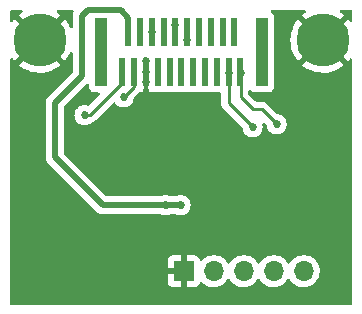
<source format=gbr>
%TF.GenerationSoftware,KiCad,Pcbnew,(6.0.0-0)*%
%TF.CreationDate,2022-03-03T22:17:19-05:00*%
%TF.ProjectId,temp_hum,74656d70-5f68-4756-9d2e-6b696361645f,rev?*%
%TF.SameCoordinates,Original*%
%TF.FileFunction,Copper,L4,Bot*%
%TF.FilePolarity,Positive*%
%FSLAX46Y46*%
G04 Gerber Fmt 4.6, Leading zero omitted, Abs format (unit mm)*
G04 Created by KiCad (PCBNEW (6.0.0-0)) date 2022-03-03 22:17:19*
%MOMM*%
%LPD*%
G01*
G04 APERTURE LIST*
%TA.AperFunction,ComponentPad*%
%ADD10C,4.500000*%
%TD*%
%TA.AperFunction,ComponentPad*%
%ADD11R,1.700000X1.700000*%
%TD*%
%TA.AperFunction,ComponentPad*%
%ADD12O,1.700000X1.700000*%
%TD*%
%TA.AperFunction,SMDPad,CuDef*%
%ADD13R,1.000000X5.850000*%
%TD*%
%TA.AperFunction,SMDPad,CuDef*%
%ADD14R,0.610000X2.410000*%
%TD*%
%TA.AperFunction,ViaPad*%
%ADD15C,0.685800*%
%TD*%
%TA.AperFunction,Conductor*%
%ADD16C,0.254000*%
%TD*%
%TA.AperFunction,Conductor*%
%ADD17C,0.508000*%
%TD*%
G04 APERTURE END LIST*
D10*
%TO.P,H1,1,1*%
%TO.N,GND*%
X95000000Y-64000000D03*
%TD*%
%TO.P,H2,1,1*%
%TO.N,GND*%
X119000000Y-64000000D03*
%TD*%
D11*
%TO.P,J1,1,Pin_1*%
%TO.N,GND*%
X107193000Y-83566000D03*
D12*
%TO.P,J1,2,Pin_2*%
%TO.N,Net-(C1-Pad1)*%
X109733000Y-83566000D03*
%TO.P,J1,3,Pin_3*%
%TO.N,/A0*%
X112273000Y-83566000D03*
%TO.P,J1,4,Pin_4*%
%TO.N,unconnected-(J1-Pad4)*%
X114813000Y-83566000D03*
%TO.P,J1,5,Pin_5*%
%TO.N,/A1*%
X117353000Y-83566000D03*
%TD*%
D13*
%TO.P,J2,*%
%TO.N,*%
X100173500Y-65000000D03*
X113826500Y-65000000D03*
D14*
%TO.P,J2,1,SDA(E)*%
%TO.N,/SDA_EEPROM*%
X101996500Y-66720000D03*
%TO.P,J2,2,SCL(E)*%
%TO.N,/SCL_EEPROM*%
X102996500Y-66720000D03*
%TO.P,J2,3,GND*%
%TO.N,GND*%
X103996500Y-66720000D03*
%TO.P,J2,4,NC*%
%TO.N,unconnected-(J2-Pad4)*%
X104996500Y-66720000D03*
%TO.P,J2,5,~{RST}*%
%TO.N,/~{RST}*%
X105996500Y-66720000D03*
%TO.P,J2,6,SCK*%
%TO.N,/SPI_SCLK*%
X106996500Y-66720000D03*
%TO.P,J2,7,MISO*%
%TO.N,/MISO*%
X107996500Y-66720000D03*
%TO.P,J2,8,MOSI*%
%TO.N,/MOSI*%
X108996500Y-66720000D03*
%TO.P,J2,9,CE*%
%TO.N,/CE*%
X109996500Y-66720000D03*
%TO.P,J2,10,SDA*%
%TO.N,/SDA*%
X110996500Y-66720000D03*
%TO.P,J2,11,SCL*%
%TO.N,/SCL*%
X111996500Y-66720000D03*
%TO.P,J2,12,NC*%
%TO.N,unconnected-(J2-Pad12)*%
X111496500Y-63280000D03*
%TO.P,J2,13,RX*%
%TO.N,/RXD*%
X110496500Y-63280000D03*
%TO.P,J2,14,TX*%
%TO.N,/TXD*%
X109496500Y-63280000D03*
%TO.P,J2,15,STAT*%
%TO.N,/Status*%
X108496500Y-63280000D03*
%TO.P,J2,16,A0*%
%TO.N,/A0*%
X107496500Y-63280000D03*
%TO.P,J2,17,A1*%
%TO.N,/A1*%
X106496500Y-63280000D03*
%TO.P,J2,18,NC*%
%TO.N,unconnected-(J2-Pad18)*%
X105496500Y-63280000D03*
%TO.P,J2,19,3V3*%
%TO.N,/3V3*%
X104496500Y-63280000D03*
%TO.P,J2,20,NC*%
%TO.N,unconnected-(J2-Pad20)*%
X103496500Y-63320000D03*
%TO.P,J2,21,5V*%
%TO.N,/5V*%
X102496500Y-63320000D03*
%TD*%
D15*
%TO.N,GND*%
X106172000Y-71628000D03*
X115570000Y-67056000D03*
X109982000Y-74676000D03*
X120142000Y-68326000D03*
X112522000Y-73914000D03*
X104013000Y-66675000D03*
X101092000Y-71120000D03*
X112522000Y-72644000D03*
X118110000Y-69596000D03*
X118618000Y-72644000D03*
X101092000Y-73660000D03*
X109982000Y-71882000D03*
X104013000Y-67564000D03*
X115570000Y-73660000D03*
X116840000Y-68326000D03*
X115824000Y-79248000D03*
X119380000Y-79502000D03*
X113284000Y-79248000D03*
X107442000Y-68834000D03*
X115570000Y-69850000D03*
X106172000Y-70104000D03*
X104394000Y-83566000D03*
X104013000Y-65786000D03*
X118364000Y-80518000D03*
%TO.N,/3V3*%
X104496500Y-63280000D03*
%TO.N,/SDA_EEPROM*%
X98806000Y-70358000D03*
%TO.N,/SDA*%
X110998000Y-66802000D03*
X113030000Y-71374000D03*
%TO.N,/SCL*%
X112014000Y-66802000D03*
X115062000Y-71120000D03*
%TO.N,/SCL_EEPROM*%
X102108000Y-68834000D03*
%TO.N,/5V*%
X106934000Y-77978000D03*
X105664000Y-77978000D03*
%TO.N,/A0*%
X107442000Y-64008000D03*
%TO.N,/A1*%
X106426000Y-62738000D03*
%TD*%
D16*
%TO.N,/SDA_EEPROM*%
X101996500Y-66720000D02*
X101996500Y-67620000D01*
X101996500Y-67620000D02*
X99258500Y-70358000D01*
X99258500Y-70358000D02*
X98806000Y-70358000D01*
%TO.N,/SDA*%
X113030000Y-71374000D02*
X110998000Y-69342000D01*
X110998000Y-69342000D02*
X110998000Y-69088000D01*
X110998000Y-69088000D02*
X110998000Y-66802000D01*
%TO.N,/SCL*%
X113030000Y-69850000D02*
X112014000Y-68834000D01*
X115062000Y-71120000D02*
X113792000Y-69850000D01*
X113792000Y-69850000D02*
X113030000Y-69850000D01*
X112014000Y-68834000D02*
X112014000Y-66802000D01*
%TO.N,/SCL_EEPROM*%
X102996500Y-67945500D02*
X102108000Y-68834000D01*
X102996500Y-66720000D02*
X102996500Y-67945500D01*
D17*
%TO.N,/5V*%
X99060000Y-61468000D02*
X98552000Y-61976000D01*
X100330000Y-77978000D02*
X106934000Y-77978000D01*
X101854000Y-61468000D02*
X99060000Y-61468000D01*
X102496500Y-62110500D02*
X101854000Y-61468000D01*
X96266000Y-69342000D02*
X96266000Y-73914000D01*
X98552000Y-61976000D02*
X98552000Y-67056000D01*
X102496500Y-63320000D02*
X102496500Y-62110500D01*
X96266000Y-73914000D02*
X100330000Y-77978000D01*
X98552000Y-67056000D02*
X96266000Y-69342000D01*
D16*
%TO.N,/A0*%
X107496500Y-63953500D02*
X107442000Y-64008000D01*
X107496500Y-63280000D02*
X107496500Y-63953500D01*
%TO.N,/A1*%
X106496500Y-62808500D02*
X106426000Y-62738000D01*
X106496500Y-63280000D02*
X106496500Y-62808500D01*
%TD*%
%TA.AperFunction,Conductor*%
%TO.N,GND*%
G36*
X93508556Y-61466002D02*
G01*
X93555049Y-61519658D01*
X93565153Y-61589932D01*
X93535659Y-61654512D01*
X93504858Y-61680285D01*
X93450196Y-61712805D01*
X93443945Y-61717053D01*
X93250733Y-61866115D01*
X93242267Y-61877773D01*
X93248871Y-61889661D01*
X94987188Y-63627978D01*
X95001132Y-63635592D01*
X95002965Y-63635461D01*
X95009580Y-63631210D01*
X96750162Y-61890628D01*
X96757174Y-61877787D01*
X96749379Y-61867098D01*
X96579886Y-61733481D01*
X96573663Y-61729156D01*
X96492326Y-61679605D01*
X96444557Y-61627082D01*
X96432767Y-61557071D01*
X96460699Y-61491800D01*
X96519485Y-61451992D01*
X96557879Y-61446000D01*
X97760038Y-61446000D01*
X97828159Y-61466002D01*
X97874652Y-61519658D01*
X97884756Y-61589932D01*
X97874186Y-61625350D01*
X97867768Y-61639082D01*
X97865837Y-61643033D01*
X97832457Y-61708404D01*
X97830716Y-61715519D01*
X97828579Y-61721265D01*
X97826655Y-61727048D01*
X97823556Y-61733679D01*
X97822066Y-61740843D01*
X97808608Y-61805547D01*
X97807639Y-61809829D01*
X97790196Y-61881112D01*
X97789849Y-61886711D01*
X97789848Y-61886715D01*
X97789500Y-61892328D01*
X97789500Y-61892330D01*
X97789461Y-61892328D01*
X97789228Y-61896229D01*
X97788839Y-61900588D01*
X97787348Y-61907756D01*
X97787546Y-61915073D01*
X97789454Y-61985577D01*
X97789500Y-61988986D01*
X97789500Y-62891177D01*
X97769498Y-62959298D01*
X97715842Y-63005791D01*
X97645568Y-63015895D01*
X97580988Y-62986401D01*
X97548528Y-62942727D01*
X97450172Y-62723363D01*
X97446655Y-62716636D01*
X97279054Y-62438252D01*
X97274757Y-62431999D01*
X97133617Y-62251022D01*
X97121823Y-62242551D01*
X97110113Y-62249097D01*
X95372022Y-63987188D01*
X95364408Y-64001132D01*
X95364539Y-64002965D01*
X95368790Y-64009580D01*
X97108825Y-65749615D01*
X97121948Y-65756781D01*
X97132250Y-65749391D01*
X97241429Y-65615285D01*
X97245842Y-65609144D01*
X97419248Y-65334312D01*
X97422895Y-65327677D01*
X97549633Y-65060167D01*
X97596875Y-65007170D01*
X97665270Y-64988126D01*
X97733103Y-65009083D01*
X97778837Y-65063386D01*
X97789500Y-65114114D01*
X97789500Y-66687973D01*
X97769498Y-66756094D01*
X97752595Y-66777068D01*
X95774472Y-68755190D01*
X95760059Y-68767577D01*
X95742436Y-68780546D01*
X95737692Y-68786129D01*
X95737693Y-68786129D01*
X95708021Y-68821055D01*
X95701091Y-68828571D01*
X95695347Y-68834315D01*
X95693073Y-68837189D01*
X95693067Y-68837196D01*
X95677628Y-68856711D01*
X95674837Y-68860115D01*
X95632055Y-68910472D01*
X95632052Y-68910476D01*
X95627316Y-68916051D01*
X95623988Y-68922568D01*
X95620611Y-68927632D01*
X95617384Y-68932856D01*
X95612840Y-68938600D01*
X95609741Y-68945231D01*
X95581768Y-69005082D01*
X95579837Y-69009033D01*
X95562851Y-69042298D01*
X95546457Y-69074404D01*
X95544716Y-69081519D01*
X95542579Y-69087265D01*
X95540655Y-69093048D01*
X95537556Y-69099679D01*
X95536066Y-69106843D01*
X95522608Y-69171547D01*
X95521639Y-69175829D01*
X95504196Y-69247112D01*
X95503500Y-69258330D01*
X95503461Y-69258328D01*
X95503228Y-69262229D01*
X95502839Y-69266588D01*
X95501348Y-69273756D01*
X95501546Y-69281073D01*
X95503454Y-69351577D01*
X95503500Y-69354986D01*
X95503500Y-73846624D01*
X95502067Y-73865574D01*
X95499876Y-73879973D01*
X95499876Y-73879979D01*
X95498776Y-73887208D01*
X95499369Y-73894500D01*
X95499369Y-73894503D01*
X95503085Y-73940183D01*
X95503500Y-73950398D01*
X95503500Y-73958525D01*
X95506811Y-73986924D01*
X95507238Y-73991244D01*
X95513191Y-74064426D01*
X95515447Y-74071388D01*
X95516643Y-74077376D01*
X95518051Y-74083333D01*
X95518899Y-74090607D01*
X95521397Y-74097489D01*
X95521398Y-74097493D01*
X95543945Y-74159607D01*
X95545355Y-74163711D01*
X95567987Y-74233575D01*
X95571787Y-74239838D01*
X95574325Y-74245380D01*
X95577067Y-74250856D01*
X95579566Y-74257741D01*
X95583581Y-74263865D01*
X95619815Y-74319132D01*
X95622130Y-74322800D01*
X95660227Y-74385581D01*
X95663941Y-74389786D01*
X95663943Y-74389789D01*
X95667667Y-74394005D01*
X95667638Y-74394031D01*
X95670238Y-74396962D01*
X95673042Y-74400316D01*
X95677054Y-74406435D01*
X95682366Y-74411467D01*
X95733586Y-74459988D01*
X95736028Y-74462366D01*
X99743190Y-78469528D01*
X99755577Y-78483941D01*
X99768546Y-78501564D01*
X99774129Y-78506307D01*
X99809055Y-78535979D01*
X99816571Y-78542909D01*
X99822315Y-78548653D01*
X99825189Y-78550927D01*
X99825196Y-78550933D01*
X99844711Y-78566372D01*
X99848115Y-78569163D01*
X99898472Y-78611945D01*
X99898476Y-78611948D01*
X99904051Y-78616684D01*
X99910568Y-78620012D01*
X99915632Y-78623389D01*
X99920856Y-78626616D01*
X99926600Y-78631160D01*
X99993104Y-78662242D01*
X99997001Y-78664147D01*
X100062404Y-78697543D01*
X100069518Y-78699283D01*
X100075260Y-78701419D01*
X100081051Y-78703346D01*
X100087680Y-78706444D01*
X100159569Y-78721397D01*
X100163835Y-78722363D01*
X100235112Y-78739804D01*
X100240714Y-78740152D01*
X100240717Y-78740152D01*
X100246330Y-78740500D01*
X100246328Y-78740539D01*
X100250229Y-78740772D01*
X100254588Y-78741161D01*
X100261756Y-78742652D01*
X100269073Y-78742454D01*
X100339577Y-78740546D01*
X100342986Y-78740500D01*
X105256573Y-78740500D01*
X105307822Y-78751393D01*
X105399454Y-78792190D01*
X105486984Y-78810795D01*
X105568057Y-78828028D01*
X105568061Y-78828028D01*
X105574514Y-78829400D01*
X105753486Y-78829400D01*
X105759939Y-78828028D01*
X105759943Y-78828028D01*
X105841016Y-78810795D01*
X105928546Y-78792190D01*
X106020178Y-78751393D01*
X106071427Y-78740500D01*
X106526573Y-78740500D01*
X106577822Y-78751393D01*
X106669454Y-78792190D01*
X106756984Y-78810795D01*
X106838057Y-78828028D01*
X106838061Y-78828028D01*
X106844514Y-78829400D01*
X107023486Y-78829400D01*
X107029939Y-78828028D01*
X107029943Y-78828028D01*
X107111016Y-78810795D01*
X107198546Y-78792190D01*
X107204577Y-78789505D01*
X107356015Y-78722081D01*
X107356017Y-78722080D01*
X107362045Y-78719396D01*
X107396705Y-78694214D01*
X107501492Y-78618082D01*
X107501494Y-78618080D01*
X107506836Y-78614199D01*
X107511258Y-78609288D01*
X107622172Y-78486105D01*
X107622173Y-78486104D01*
X107626591Y-78481197D01*
X107716077Y-78326203D01*
X107771382Y-78155991D01*
X107790090Y-77978000D01*
X107771382Y-77800009D01*
X107716077Y-77629797D01*
X107626591Y-77474803D01*
X107506836Y-77341801D01*
X107362045Y-77236604D01*
X107356017Y-77233920D01*
X107356015Y-77233919D01*
X107204577Y-77166495D01*
X107204576Y-77166495D01*
X107198546Y-77163810D01*
X107111016Y-77145205D01*
X107029943Y-77127972D01*
X107029939Y-77127972D01*
X107023486Y-77126600D01*
X106844514Y-77126600D01*
X106838061Y-77127972D01*
X106838057Y-77127972D01*
X106756984Y-77145205D01*
X106669454Y-77163810D01*
X106663424Y-77166495D01*
X106663423Y-77166495D01*
X106577822Y-77204607D01*
X106526573Y-77215500D01*
X106071427Y-77215500D01*
X106020178Y-77204607D01*
X105934577Y-77166495D01*
X105934576Y-77166495D01*
X105928546Y-77163810D01*
X105841016Y-77145205D01*
X105759943Y-77127972D01*
X105759939Y-77127972D01*
X105753486Y-77126600D01*
X105574514Y-77126600D01*
X105568061Y-77127972D01*
X105568057Y-77127972D01*
X105486984Y-77145205D01*
X105399454Y-77163810D01*
X105393424Y-77166495D01*
X105393423Y-77166495D01*
X105307822Y-77204607D01*
X105256573Y-77215500D01*
X100698028Y-77215500D01*
X100629907Y-77195498D01*
X100608933Y-77178595D01*
X97065405Y-73635067D01*
X97031379Y-73572755D01*
X97028500Y-73545972D01*
X97028500Y-69710028D01*
X97048502Y-69641907D01*
X97065405Y-69620933D01*
X98949905Y-67736433D01*
X99012217Y-67702407D01*
X99083032Y-67707472D01*
X99139868Y-67750019D01*
X99164679Y-67816539D01*
X99165000Y-67825528D01*
X99165000Y-67973134D01*
X99171755Y-68035316D01*
X99222885Y-68171705D01*
X99310239Y-68288261D01*
X99426795Y-68375615D01*
X99563184Y-68426745D01*
X99625366Y-68433500D01*
X99980078Y-68433500D01*
X100048199Y-68453502D01*
X100094692Y-68507158D01*
X100104796Y-68577432D01*
X100075302Y-68642012D01*
X100069173Y-68648595D01*
X99202648Y-69515120D01*
X99140336Y-69549146D01*
X99075213Y-69545888D01*
X99070546Y-69543810D01*
X98983016Y-69525205D01*
X98901943Y-69507972D01*
X98901939Y-69507972D01*
X98895486Y-69506600D01*
X98716514Y-69506600D01*
X98710061Y-69507972D01*
X98710057Y-69507972D01*
X98628984Y-69525205D01*
X98541454Y-69543810D01*
X98535424Y-69546495D01*
X98535423Y-69546495D01*
X98383985Y-69613919D01*
X98383983Y-69613920D01*
X98377955Y-69616604D01*
X98372614Y-69620484D01*
X98372613Y-69620485D01*
X98268112Y-69696410D01*
X98233164Y-69721801D01*
X98228743Y-69726711D01*
X98228742Y-69726712D01*
X98147657Y-69816767D01*
X98113409Y-69854803D01*
X98023923Y-70009797D01*
X97968618Y-70180009D01*
X97967928Y-70186572D01*
X97967928Y-70186573D01*
X97955113Y-70308495D01*
X97949910Y-70358000D01*
X97950600Y-70364565D01*
X97967211Y-70522600D01*
X97968618Y-70535991D01*
X98023923Y-70706203D01*
X98113409Y-70861197D01*
X98117827Y-70866104D01*
X98117828Y-70866105D01*
X98204256Y-70962093D01*
X98233164Y-70994199D01*
X98238506Y-70998080D01*
X98238508Y-70998082D01*
X98372613Y-71095515D01*
X98377955Y-71099396D01*
X98383983Y-71102080D01*
X98383985Y-71102081D01*
X98478717Y-71144258D01*
X98541454Y-71172190D01*
X98623974Y-71189730D01*
X98710057Y-71208028D01*
X98710061Y-71208028D01*
X98716514Y-71209400D01*
X98895486Y-71209400D01*
X98901939Y-71208028D01*
X98901943Y-71208028D01*
X98988026Y-71189730D01*
X99070546Y-71172190D01*
X99133283Y-71144258D01*
X99228015Y-71102081D01*
X99228017Y-71102080D01*
X99234045Y-71099396D01*
X99373854Y-70997818D01*
X99414061Y-70978899D01*
X99417799Y-70978427D01*
X99425172Y-70975508D01*
X99425175Y-70975507D01*
X99459056Y-70962093D01*
X99470285Y-70958248D01*
X99486965Y-70953402D01*
X99512893Y-70945869D01*
X99519720Y-70941831D01*
X99519723Y-70941830D01*
X99530406Y-70935512D01*
X99548164Y-70926812D01*
X99559715Y-70922239D01*
X99559721Y-70922235D01*
X99567088Y-70919319D01*
X99602991Y-70893234D01*
X99612910Y-70886719D01*
X99644268Y-70868174D01*
X99644272Y-70868171D01*
X99651098Y-70864134D01*
X99665482Y-70849750D01*
X99680516Y-70836909D01*
X99690573Y-70829602D01*
X99696987Y-70824942D01*
X99725278Y-70790744D01*
X99733267Y-70781965D01*
X101212413Y-69302819D01*
X101274725Y-69268793D01*
X101345540Y-69273858D01*
X101402376Y-69316405D01*
X101410628Y-69328916D01*
X101412107Y-69331479D01*
X101412110Y-69331484D01*
X101415409Y-69337197D01*
X101419827Y-69342104D01*
X101419828Y-69342105D01*
X101522845Y-69456517D01*
X101535164Y-69470199D01*
X101540506Y-69474080D01*
X101540508Y-69474082D01*
X101643825Y-69549146D01*
X101679955Y-69575396D01*
X101685983Y-69578080D01*
X101685985Y-69578081D01*
X101829342Y-69641907D01*
X101843454Y-69648190D01*
X101930984Y-69666795D01*
X102012057Y-69684028D01*
X102012061Y-69684028D01*
X102018514Y-69685400D01*
X102197486Y-69685400D01*
X102203939Y-69684028D01*
X102203943Y-69684028D01*
X102285016Y-69666795D01*
X102372546Y-69648190D01*
X102386658Y-69641907D01*
X102530015Y-69578081D01*
X102530017Y-69578080D01*
X102536045Y-69575396D01*
X102572175Y-69549146D01*
X102675492Y-69474082D01*
X102675494Y-69474080D01*
X102680836Y-69470199D01*
X102693155Y-69456517D01*
X102796172Y-69342105D01*
X102796173Y-69342104D01*
X102800591Y-69337197D01*
X102863671Y-69227940D01*
X102886773Y-69187926D01*
X102886774Y-69187925D01*
X102890077Y-69182203D01*
X102945382Y-69011991D01*
X102954418Y-68926024D01*
X102981432Y-68860367D01*
X102990633Y-68850100D01*
X103389983Y-68450750D01*
X103398305Y-68443176D01*
X103404803Y-68439053D01*
X103408610Y-68434999D01*
X103443142Y-68415001D01*
X103445146Y-68414250D01*
X103452980Y-68411313D01*
X103523786Y-68406128D01*
X103541441Y-68411312D01*
X103573894Y-68423478D01*
X103589149Y-68427105D01*
X103640014Y-68432631D01*
X103646828Y-68433000D01*
X103724385Y-68433000D01*
X103739624Y-68428525D01*
X103740829Y-68427135D01*
X103742500Y-68419452D01*
X103742500Y-68218852D01*
X103754347Y-68172542D01*
X103752115Y-68171705D01*
X103800471Y-68042715D01*
X103803245Y-68035316D01*
X103810000Y-67973134D01*
X103810000Y-66592000D01*
X103830002Y-66523879D01*
X103883658Y-66477386D01*
X103936000Y-66466000D01*
X104057000Y-66466000D01*
X104125121Y-66486002D01*
X104171614Y-66539658D01*
X104183000Y-66592000D01*
X104183000Y-67973134D01*
X104189755Y-68035316D01*
X104192529Y-68042715D01*
X104240885Y-68171705D01*
X104238653Y-68172542D01*
X104250500Y-68218852D01*
X104250500Y-68414884D01*
X104254975Y-68430123D01*
X104256365Y-68431328D01*
X104264048Y-68432999D01*
X104346169Y-68432999D01*
X104352990Y-68432629D01*
X104403852Y-68427105D01*
X104419107Y-68423478D01*
X104451557Y-68411313D01*
X104522364Y-68406129D01*
X104540019Y-68411313D01*
X104573781Y-68423970D01*
X104573783Y-68423970D01*
X104581184Y-68426745D01*
X104643366Y-68433500D01*
X105349634Y-68433500D01*
X105411816Y-68426745D01*
X105452271Y-68411579D01*
X105523076Y-68406396D01*
X105540723Y-68411577D01*
X105581184Y-68426745D01*
X105643366Y-68433500D01*
X106349634Y-68433500D01*
X106411816Y-68426745D01*
X106452271Y-68411579D01*
X106523076Y-68406396D01*
X106540723Y-68411577D01*
X106581184Y-68426745D01*
X106643366Y-68433500D01*
X107349634Y-68433500D01*
X107411816Y-68426745D01*
X107452271Y-68411579D01*
X107523076Y-68406396D01*
X107540723Y-68411577D01*
X107581184Y-68426745D01*
X107643366Y-68433500D01*
X108349634Y-68433500D01*
X108411816Y-68426745D01*
X108452271Y-68411579D01*
X108523076Y-68406396D01*
X108540723Y-68411577D01*
X108581184Y-68426745D01*
X108643366Y-68433500D01*
X109349634Y-68433500D01*
X109411816Y-68426745D01*
X109452271Y-68411579D01*
X109523076Y-68406396D01*
X109540723Y-68411577D01*
X109581184Y-68426745D01*
X109643366Y-68433500D01*
X110236500Y-68433500D01*
X110304621Y-68453502D01*
X110351114Y-68507158D01*
X110362500Y-68559500D01*
X110362500Y-69262980D01*
X110361970Y-69274214D01*
X110360292Y-69281719D01*
X110360541Y-69289638D01*
X110362438Y-69350012D01*
X110362500Y-69353969D01*
X110362500Y-69381983D01*
X110362996Y-69385908D01*
X110362996Y-69385909D01*
X110363008Y-69386004D01*
X110363941Y-69397849D01*
X110365335Y-69442205D01*
X110367547Y-69449817D01*
X110371013Y-69461748D01*
X110375023Y-69481112D01*
X110377573Y-69501299D01*
X110380489Y-69508663D01*
X110380490Y-69508668D01*
X110393907Y-69542556D01*
X110397752Y-69553785D01*
X110410131Y-69596393D01*
X110414169Y-69603220D01*
X110414170Y-69603223D01*
X110420488Y-69613906D01*
X110429188Y-69631664D01*
X110433761Y-69643215D01*
X110433765Y-69643221D01*
X110436681Y-69650588D01*
X110461974Y-69685400D01*
X110462764Y-69686488D01*
X110469281Y-69696410D01*
X110487826Y-69727768D01*
X110487829Y-69727772D01*
X110491866Y-69734598D01*
X110506250Y-69748982D01*
X110519091Y-69764016D01*
X110531058Y-69780487D01*
X110537166Y-69785540D01*
X110565255Y-69808777D01*
X110574035Y-69816767D01*
X112147367Y-71390100D01*
X112181393Y-71452412D01*
X112183582Y-71466024D01*
X112192618Y-71551991D01*
X112247923Y-71722203D01*
X112337409Y-71877197D01*
X112457164Y-72010199D01*
X112601955Y-72115396D01*
X112607983Y-72118080D01*
X112607985Y-72118081D01*
X112759423Y-72185505D01*
X112765454Y-72188190D01*
X112852984Y-72206795D01*
X112934057Y-72224028D01*
X112934061Y-72224028D01*
X112940514Y-72225400D01*
X113119486Y-72225400D01*
X113125939Y-72224028D01*
X113125943Y-72224028D01*
X113207016Y-72206795D01*
X113294546Y-72188190D01*
X113300577Y-72185505D01*
X113452015Y-72118081D01*
X113452017Y-72118080D01*
X113458045Y-72115396D01*
X113602836Y-72010199D01*
X113722591Y-71877197D01*
X113812077Y-71722203D01*
X113867382Y-71551991D01*
X113886090Y-71374000D01*
X113869065Y-71212023D01*
X113868072Y-71202573D01*
X113868072Y-71202572D01*
X113867382Y-71196009D01*
X113850567Y-71144257D01*
X113848539Y-71073291D01*
X113885202Y-71012493D01*
X113948914Y-70981167D01*
X114019448Y-70989260D01*
X114059495Y-71016227D01*
X114179367Y-71136099D01*
X114213393Y-71198411D01*
X114215582Y-71212023D01*
X114224618Y-71297991D01*
X114279923Y-71468203D01*
X114369409Y-71623197D01*
X114489164Y-71756199D01*
X114633955Y-71861396D01*
X114639983Y-71864080D01*
X114639985Y-71864081D01*
X114680468Y-71882105D01*
X114797454Y-71934190D01*
X114884984Y-71952795D01*
X114966057Y-71970028D01*
X114966061Y-71970028D01*
X114972514Y-71971400D01*
X115151486Y-71971400D01*
X115157939Y-71970028D01*
X115157943Y-71970028D01*
X115239016Y-71952795D01*
X115326546Y-71934190D01*
X115443532Y-71882105D01*
X115484015Y-71864081D01*
X115484017Y-71864080D01*
X115490045Y-71861396D01*
X115634836Y-71756199D01*
X115754591Y-71623197D01*
X115844077Y-71468203D01*
X115899382Y-71297991D01*
X115908694Y-71209400D01*
X115917400Y-71126565D01*
X115918090Y-71120000D01*
X115899382Y-70942009D01*
X115892959Y-70922239D01*
X115859360Y-70818834D01*
X115844077Y-70771797D01*
X115754591Y-70616803D01*
X115687482Y-70542270D01*
X115639258Y-70488712D01*
X115639257Y-70488711D01*
X115634836Y-70483801D01*
X115490045Y-70378604D01*
X115484017Y-70375920D01*
X115484015Y-70375919D01*
X115332577Y-70308495D01*
X115332576Y-70308495D01*
X115326546Y-70305810D01*
X115151486Y-70268600D01*
X115148347Y-70268600D01*
X115083878Y-70242079D01*
X115073607Y-70232874D01*
X114297250Y-69456517D01*
X114289674Y-69448191D01*
X114285553Y-69441697D01*
X114235734Y-69394914D01*
X114232893Y-69392160D01*
X114213094Y-69372361D01*
X114209969Y-69369937D01*
X114209960Y-69369929D01*
X114209874Y-69369863D01*
X114200849Y-69362155D01*
X114190019Y-69351985D01*
X114168506Y-69331783D01*
X114150669Y-69321977D01*
X114134153Y-69311127D01*
X114118067Y-69298650D01*
X114077334Y-69281024D01*
X114066686Y-69275807D01*
X114053927Y-69268793D01*
X114027803Y-69254431D01*
X114020128Y-69252460D01*
X114020122Y-69252458D01*
X114008089Y-69249369D01*
X113989387Y-69242966D01*
X113970708Y-69234883D01*
X113936872Y-69229524D01*
X113926873Y-69227940D01*
X113915260Y-69225535D01*
X113872282Y-69214500D01*
X113851935Y-69214500D01*
X113832224Y-69212949D01*
X113819950Y-69211005D01*
X113812121Y-69209765D01*
X113804229Y-69210511D01*
X113767944Y-69213941D01*
X113756086Y-69214500D01*
X113345423Y-69214500D01*
X113277302Y-69194498D01*
X113256327Y-69177595D01*
X112686404Y-68607671D01*
X112652379Y-68545359D01*
X112649500Y-68518576D01*
X112649500Y-68350599D01*
X112669502Y-68282478D01*
X112674674Y-68275034D01*
X112713174Y-68223664D01*
X112770034Y-68181149D01*
X112840852Y-68176124D01*
X112903145Y-68210183D01*
X112914826Y-68223664D01*
X112963239Y-68288261D01*
X113079795Y-68375615D01*
X113216184Y-68426745D01*
X113278366Y-68433500D01*
X114374634Y-68433500D01*
X114436816Y-68426745D01*
X114573205Y-68375615D01*
X114689761Y-68288261D01*
X114777115Y-68171705D01*
X114828245Y-68035316D01*
X114835000Y-67973134D01*
X114835000Y-66121982D01*
X117243142Y-66121982D01*
X117250668Y-66132415D01*
X117396463Y-66249848D01*
X117402648Y-66254244D01*
X117678363Y-66426195D01*
X117685034Y-66429817D01*
X117979414Y-66567402D01*
X117986468Y-66570195D01*
X118295257Y-66671420D01*
X118302570Y-66673339D01*
X118621298Y-66736738D01*
X118628789Y-66737764D01*
X118952823Y-66762413D01*
X118960386Y-66762531D01*
X119285021Y-66748074D01*
X119292562Y-66747282D01*
X119613115Y-66693926D01*
X119620479Y-66692240D01*
X119932315Y-66600757D01*
X119939424Y-66598198D01*
X120238003Y-66469919D01*
X120244770Y-66466515D01*
X120525764Y-66303301D01*
X120532071Y-66299111D01*
X120750005Y-66134588D01*
X120758461Y-66123197D01*
X120751743Y-66110953D01*
X119012812Y-64372022D01*
X118998868Y-64364408D01*
X118997035Y-64364539D01*
X118990420Y-64368790D01*
X117250257Y-66108953D01*
X117243142Y-66121982D01*
X114835000Y-66121982D01*
X114835000Y-63974858D01*
X116237299Y-63974858D01*
X116253456Y-64299410D01*
X116254287Y-64306939D01*
X116309318Y-64627198D01*
X116311051Y-64634585D01*
X116404156Y-64945909D01*
X116406759Y-64953022D01*
X116536595Y-65250913D01*
X116540037Y-65257669D01*
X116704720Y-65537803D01*
X116708943Y-65544088D01*
X116865792Y-65749608D01*
X116877316Y-65758069D01*
X116889382Y-65751408D01*
X118627978Y-64012812D01*
X118635592Y-63998868D01*
X118635461Y-63997035D01*
X118631210Y-63990420D01*
X116890864Y-62250074D01*
X116877929Y-62243011D01*
X116867367Y-62250671D01*
X116741785Y-62408268D01*
X116737428Y-62414467D01*
X116566913Y-62691094D01*
X116563333Y-62697770D01*
X116427287Y-62992878D01*
X116424537Y-62999929D01*
X116324927Y-63309251D01*
X116323044Y-63316584D01*
X116261316Y-63635632D01*
X116260329Y-63643132D01*
X116237378Y-63967277D01*
X116237299Y-63974858D01*
X114835000Y-63974858D01*
X114835000Y-62026866D01*
X114828245Y-61964684D01*
X114777115Y-61828295D01*
X114689761Y-61711739D01*
X114637838Y-61672825D01*
X114595325Y-61615966D01*
X114590300Y-61545148D01*
X114624359Y-61482855D01*
X114686691Y-61448865D01*
X114713405Y-61446000D01*
X117440435Y-61446000D01*
X117508556Y-61466002D01*
X117555049Y-61519658D01*
X117565153Y-61589932D01*
X117535659Y-61654512D01*
X117504858Y-61680285D01*
X117450196Y-61712805D01*
X117443945Y-61717053D01*
X117250733Y-61866115D01*
X117242267Y-61877773D01*
X117248871Y-61889661D01*
X118987188Y-63627978D01*
X119001132Y-63635592D01*
X119002965Y-63635461D01*
X119009580Y-63631210D01*
X120750162Y-61890628D01*
X120757174Y-61877787D01*
X120749379Y-61867098D01*
X120579886Y-61733481D01*
X120573663Y-61729156D01*
X120492326Y-61679605D01*
X120444557Y-61627082D01*
X120432767Y-61557071D01*
X120460699Y-61491800D01*
X120519485Y-61451992D01*
X120557879Y-61446000D01*
X121361000Y-61446000D01*
X121429121Y-61466002D01*
X121475614Y-61519658D01*
X121487000Y-61572000D01*
X121487000Y-62337698D01*
X121466998Y-62405819D01*
X121413342Y-62452312D01*
X121343068Y-62462416D01*
X121278488Y-62432922D01*
X121261643Y-62415184D01*
X121133617Y-62251022D01*
X121121823Y-62242551D01*
X121110113Y-62249097D01*
X119372022Y-63987188D01*
X119364408Y-64001132D01*
X119364539Y-64002965D01*
X119368790Y-64009580D01*
X121108825Y-65749615D01*
X121121948Y-65756781D01*
X121132250Y-65749391D01*
X121241429Y-65615285D01*
X121245838Y-65609149D01*
X121254437Y-65595520D01*
X121307703Y-65548581D01*
X121377891Y-65537891D01*
X121442715Y-65566844D01*
X121481596Y-65626248D01*
X121487000Y-65662754D01*
X121487000Y-86304000D01*
X121466998Y-86372121D01*
X121413342Y-86418614D01*
X121361000Y-86430000D01*
X92629000Y-86430000D01*
X92560879Y-86409998D01*
X92514386Y-86356342D01*
X92503000Y-86304000D01*
X92503000Y-84460669D01*
X105835001Y-84460669D01*
X105835371Y-84467490D01*
X105840895Y-84518352D01*
X105844521Y-84533604D01*
X105889676Y-84654054D01*
X105898214Y-84669649D01*
X105974715Y-84771724D01*
X105987276Y-84784285D01*
X106089351Y-84860786D01*
X106104946Y-84869324D01*
X106225394Y-84914478D01*
X106240649Y-84918105D01*
X106291514Y-84923631D01*
X106298328Y-84924000D01*
X106920885Y-84924000D01*
X106936124Y-84919525D01*
X106937329Y-84918135D01*
X106939000Y-84910452D01*
X106939000Y-84905884D01*
X107447000Y-84905884D01*
X107451475Y-84921123D01*
X107452865Y-84922328D01*
X107460548Y-84923999D01*
X108087669Y-84923999D01*
X108094490Y-84923629D01*
X108145352Y-84918105D01*
X108160604Y-84914479D01*
X108281054Y-84869324D01*
X108296649Y-84860786D01*
X108398724Y-84784285D01*
X108411285Y-84771724D01*
X108487786Y-84669649D01*
X108496324Y-84654054D01*
X108537225Y-84544952D01*
X108579867Y-84488188D01*
X108646428Y-84463488D01*
X108715777Y-84478696D01*
X108750444Y-84506684D01*
X108775865Y-84536031D01*
X108775869Y-84536035D01*
X108779250Y-84539938D01*
X108951126Y-84682632D01*
X109144000Y-84795338D01*
X109352692Y-84875030D01*
X109357760Y-84876061D01*
X109357763Y-84876062D01*
X109465017Y-84897883D01*
X109571597Y-84919567D01*
X109576772Y-84919757D01*
X109576774Y-84919757D01*
X109789673Y-84927564D01*
X109789677Y-84927564D01*
X109794837Y-84927753D01*
X109799957Y-84927097D01*
X109799959Y-84927097D01*
X110011288Y-84900025D01*
X110011289Y-84900025D01*
X110016416Y-84899368D01*
X110021366Y-84897883D01*
X110225429Y-84836661D01*
X110225434Y-84836659D01*
X110230384Y-84835174D01*
X110430994Y-84736896D01*
X110612860Y-84607173D01*
X110771096Y-84449489D01*
X110901453Y-84268077D01*
X110902776Y-84269028D01*
X110949645Y-84225857D01*
X111019580Y-84213625D01*
X111085026Y-84241144D01*
X111112875Y-84272994D01*
X111172987Y-84371088D01*
X111319250Y-84539938D01*
X111491126Y-84682632D01*
X111684000Y-84795338D01*
X111892692Y-84875030D01*
X111897760Y-84876061D01*
X111897763Y-84876062D01*
X112005017Y-84897883D01*
X112111597Y-84919567D01*
X112116772Y-84919757D01*
X112116774Y-84919757D01*
X112329673Y-84927564D01*
X112329677Y-84927564D01*
X112334837Y-84927753D01*
X112339957Y-84927097D01*
X112339959Y-84927097D01*
X112551288Y-84900025D01*
X112551289Y-84900025D01*
X112556416Y-84899368D01*
X112561366Y-84897883D01*
X112765429Y-84836661D01*
X112765434Y-84836659D01*
X112770384Y-84835174D01*
X112970994Y-84736896D01*
X113152860Y-84607173D01*
X113311096Y-84449489D01*
X113441453Y-84268077D01*
X113442776Y-84269028D01*
X113489645Y-84225857D01*
X113559580Y-84213625D01*
X113625026Y-84241144D01*
X113652875Y-84272994D01*
X113712987Y-84371088D01*
X113859250Y-84539938D01*
X114031126Y-84682632D01*
X114224000Y-84795338D01*
X114432692Y-84875030D01*
X114437760Y-84876061D01*
X114437763Y-84876062D01*
X114545017Y-84897883D01*
X114651597Y-84919567D01*
X114656772Y-84919757D01*
X114656774Y-84919757D01*
X114869673Y-84927564D01*
X114869677Y-84927564D01*
X114874837Y-84927753D01*
X114879957Y-84927097D01*
X114879959Y-84927097D01*
X115091288Y-84900025D01*
X115091289Y-84900025D01*
X115096416Y-84899368D01*
X115101366Y-84897883D01*
X115305429Y-84836661D01*
X115305434Y-84836659D01*
X115310384Y-84835174D01*
X115510994Y-84736896D01*
X115692860Y-84607173D01*
X115851096Y-84449489D01*
X115981453Y-84268077D01*
X115982776Y-84269028D01*
X116029645Y-84225857D01*
X116099580Y-84213625D01*
X116165026Y-84241144D01*
X116192875Y-84272994D01*
X116252987Y-84371088D01*
X116399250Y-84539938D01*
X116571126Y-84682632D01*
X116764000Y-84795338D01*
X116972692Y-84875030D01*
X116977760Y-84876061D01*
X116977763Y-84876062D01*
X117085017Y-84897883D01*
X117191597Y-84919567D01*
X117196772Y-84919757D01*
X117196774Y-84919757D01*
X117409673Y-84927564D01*
X117409677Y-84927564D01*
X117414837Y-84927753D01*
X117419957Y-84927097D01*
X117419959Y-84927097D01*
X117631288Y-84900025D01*
X117631289Y-84900025D01*
X117636416Y-84899368D01*
X117641366Y-84897883D01*
X117845429Y-84836661D01*
X117845434Y-84836659D01*
X117850384Y-84835174D01*
X118050994Y-84736896D01*
X118232860Y-84607173D01*
X118391096Y-84449489D01*
X118521453Y-84268077D01*
X118542320Y-84225857D01*
X118618136Y-84072453D01*
X118618137Y-84072451D01*
X118620430Y-84067811D01*
X118685370Y-83854069D01*
X118714529Y-83632590D01*
X118716156Y-83566000D01*
X118697852Y-83343361D01*
X118643431Y-83126702D01*
X118554354Y-82921840D01*
X118433014Y-82734277D01*
X118282670Y-82569051D01*
X118278619Y-82565852D01*
X118278615Y-82565848D01*
X118111414Y-82433800D01*
X118111410Y-82433798D01*
X118107359Y-82430598D01*
X117911789Y-82322638D01*
X117906920Y-82320914D01*
X117906916Y-82320912D01*
X117706087Y-82249795D01*
X117706083Y-82249794D01*
X117701212Y-82248069D01*
X117696119Y-82247162D01*
X117696116Y-82247161D01*
X117486373Y-82209800D01*
X117486367Y-82209799D01*
X117481284Y-82208894D01*
X117407452Y-82207992D01*
X117263081Y-82206228D01*
X117263079Y-82206228D01*
X117257911Y-82206165D01*
X117037091Y-82239955D01*
X116824756Y-82309357D01*
X116626607Y-82412507D01*
X116622474Y-82415610D01*
X116622471Y-82415612D01*
X116539450Y-82477946D01*
X116447965Y-82546635D01*
X116293629Y-82708138D01*
X116186201Y-82865621D01*
X116131293Y-82910621D01*
X116060768Y-82918792D01*
X115997021Y-82887538D01*
X115976324Y-82863054D01*
X115895822Y-82738617D01*
X115895820Y-82738614D01*
X115893014Y-82734277D01*
X115742670Y-82569051D01*
X115738619Y-82565852D01*
X115738615Y-82565848D01*
X115571414Y-82433800D01*
X115571410Y-82433798D01*
X115567359Y-82430598D01*
X115371789Y-82322638D01*
X115366920Y-82320914D01*
X115366916Y-82320912D01*
X115166087Y-82249795D01*
X115166083Y-82249794D01*
X115161212Y-82248069D01*
X115156119Y-82247162D01*
X115156116Y-82247161D01*
X114946373Y-82209800D01*
X114946367Y-82209799D01*
X114941284Y-82208894D01*
X114867452Y-82207992D01*
X114723081Y-82206228D01*
X114723079Y-82206228D01*
X114717911Y-82206165D01*
X114497091Y-82239955D01*
X114284756Y-82309357D01*
X114086607Y-82412507D01*
X114082474Y-82415610D01*
X114082471Y-82415612D01*
X113999450Y-82477946D01*
X113907965Y-82546635D01*
X113753629Y-82708138D01*
X113646201Y-82865621D01*
X113591293Y-82910621D01*
X113520768Y-82918792D01*
X113457021Y-82887538D01*
X113436324Y-82863054D01*
X113355822Y-82738617D01*
X113355820Y-82738614D01*
X113353014Y-82734277D01*
X113202670Y-82569051D01*
X113198619Y-82565852D01*
X113198615Y-82565848D01*
X113031414Y-82433800D01*
X113031410Y-82433798D01*
X113027359Y-82430598D01*
X112831789Y-82322638D01*
X112826920Y-82320914D01*
X112826916Y-82320912D01*
X112626087Y-82249795D01*
X112626083Y-82249794D01*
X112621212Y-82248069D01*
X112616119Y-82247162D01*
X112616116Y-82247161D01*
X112406373Y-82209800D01*
X112406367Y-82209799D01*
X112401284Y-82208894D01*
X112327452Y-82207992D01*
X112183081Y-82206228D01*
X112183079Y-82206228D01*
X112177911Y-82206165D01*
X111957091Y-82239955D01*
X111744756Y-82309357D01*
X111546607Y-82412507D01*
X111542474Y-82415610D01*
X111542471Y-82415612D01*
X111459450Y-82477946D01*
X111367965Y-82546635D01*
X111213629Y-82708138D01*
X111106201Y-82865621D01*
X111051293Y-82910621D01*
X110980768Y-82918792D01*
X110917021Y-82887538D01*
X110896324Y-82863054D01*
X110815822Y-82738617D01*
X110815820Y-82738614D01*
X110813014Y-82734277D01*
X110662670Y-82569051D01*
X110658619Y-82565852D01*
X110658615Y-82565848D01*
X110491414Y-82433800D01*
X110491410Y-82433798D01*
X110487359Y-82430598D01*
X110291789Y-82322638D01*
X110286920Y-82320914D01*
X110286916Y-82320912D01*
X110086087Y-82249795D01*
X110086083Y-82249794D01*
X110081212Y-82248069D01*
X110076119Y-82247162D01*
X110076116Y-82247161D01*
X109866373Y-82209800D01*
X109866367Y-82209799D01*
X109861284Y-82208894D01*
X109787452Y-82207992D01*
X109643081Y-82206228D01*
X109643079Y-82206228D01*
X109637911Y-82206165D01*
X109417091Y-82239955D01*
X109204756Y-82309357D01*
X109006607Y-82412507D01*
X109002474Y-82415610D01*
X109002471Y-82415612D01*
X108919450Y-82477946D01*
X108827965Y-82546635D01*
X108824393Y-82550373D01*
X108746898Y-82631466D01*
X108685374Y-82666895D01*
X108614462Y-82663438D01*
X108556676Y-82622192D01*
X108537823Y-82588644D01*
X108496324Y-82477946D01*
X108487786Y-82462351D01*
X108411285Y-82360276D01*
X108398724Y-82347715D01*
X108296649Y-82271214D01*
X108281054Y-82262676D01*
X108160606Y-82217522D01*
X108145351Y-82213895D01*
X108094486Y-82208369D01*
X108087672Y-82208000D01*
X107465115Y-82208000D01*
X107449876Y-82212475D01*
X107448671Y-82213865D01*
X107447000Y-82221548D01*
X107447000Y-84905884D01*
X106939000Y-84905884D01*
X106939000Y-83838115D01*
X106934525Y-83822876D01*
X106933135Y-83821671D01*
X106925452Y-83820000D01*
X105853116Y-83820000D01*
X105837877Y-83824475D01*
X105836672Y-83825865D01*
X105835001Y-83833548D01*
X105835001Y-84460669D01*
X92503000Y-84460669D01*
X92503000Y-83293885D01*
X105835000Y-83293885D01*
X105839475Y-83309124D01*
X105840865Y-83310329D01*
X105848548Y-83312000D01*
X106920885Y-83312000D01*
X106936124Y-83307525D01*
X106937329Y-83306135D01*
X106939000Y-83298452D01*
X106939000Y-82226116D01*
X106934525Y-82210877D01*
X106933135Y-82209672D01*
X106925452Y-82208001D01*
X106298331Y-82208001D01*
X106291510Y-82208371D01*
X106240648Y-82213895D01*
X106225396Y-82217521D01*
X106104946Y-82262676D01*
X106089351Y-82271214D01*
X105987276Y-82347715D01*
X105974715Y-82360276D01*
X105898214Y-82462351D01*
X105889676Y-82477946D01*
X105844522Y-82598394D01*
X105840895Y-82613649D01*
X105835369Y-82664514D01*
X105835000Y-82671328D01*
X105835000Y-83293885D01*
X92503000Y-83293885D01*
X92503000Y-66121982D01*
X93243142Y-66121982D01*
X93250668Y-66132415D01*
X93396463Y-66249848D01*
X93402648Y-66254244D01*
X93678363Y-66426195D01*
X93685034Y-66429817D01*
X93979414Y-66567402D01*
X93986468Y-66570195D01*
X94295257Y-66671420D01*
X94302570Y-66673339D01*
X94621298Y-66736738D01*
X94628789Y-66737764D01*
X94952823Y-66762413D01*
X94960386Y-66762531D01*
X95285021Y-66748074D01*
X95292562Y-66747282D01*
X95613115Y-66693926D01*
X95620479Y-66692240D01*
X95932315Y-66600757D01*
X95939424Y-66598198D01*
X96238003Y-66469919D01*
X96244770Y-66466515D01*
X96525764Y-66303301D01*
X96532071Y-66299111D01*
X96750005Y-66134588D01*
X96758461Y-66123197D01*
X96751743Y-66110953D01*
X95012812Y-64372022D01*
X94998868Y-64364408D01*
X94997035Y-64364539D01*
X94990420Y-64368790D01*
X93250257Y-66108953D01*
X93243142Y-66121982D01*
X92503000Y-66121982D01*
X92503000Y-65647024D01*
X92523002Y-65578903D01*
X92576658Y-65532410D01*
X92646932Y-65522306D01*
X92711512Y-65551800D01*
X92729163Y-65570582D01*
X92865792Y-65749608D01*
X92877316Y-65758069D01*
X92889382Y-65751408D01*
X94627978Y-64012812D01*
X94635592Y-63998868D01*
X94635461Y-63997035D01*
X94631210Y-63990420D01*
X92890864Y-62250074D01*
X92877929Y-62243011D01*
X92867367Y-62250671D01*
X92741785Y-62408268D01*
X92737427Y-62414469D01*
X92736261Y-62416360D01*
X92735816Y-62416760D01*
X92735245Y-62417573D01*
X92735059Y-62417442D01*
X92683489Y-62463855D01*
X92613418Y-62475279D01*
X92548294Y-62447006D01*
X92508793Y-62388012D01*
X92503000Y-62350246D01*
X92503000Y-61572000D01*
X92523002Y-61503879D01*
X92576658Y-61457386D01*
X92629000Y-61446000D01*
X93440435Y-61446000D01*
X93508556Y-61466002D01*
G37*
%TD.AperFunction*%
%TD*%
M02*

</source>
